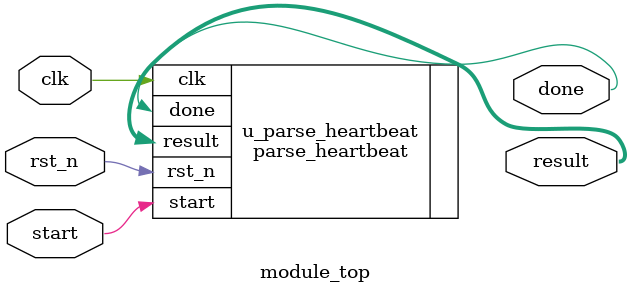
<source format=v>

module module_top (
    input wire clk,
    input wire rst_n,
    input wire start,
    output wire done,
    output wire [31:0] result
);

    // Instantiate first function module
    parse_heartbeat u_parse_heartbeat (
        .clk(clk),
        .rst_n(rst_n),
        .start(start),
        .done(done),
        .result(result)
    );

endmodule

</source>
